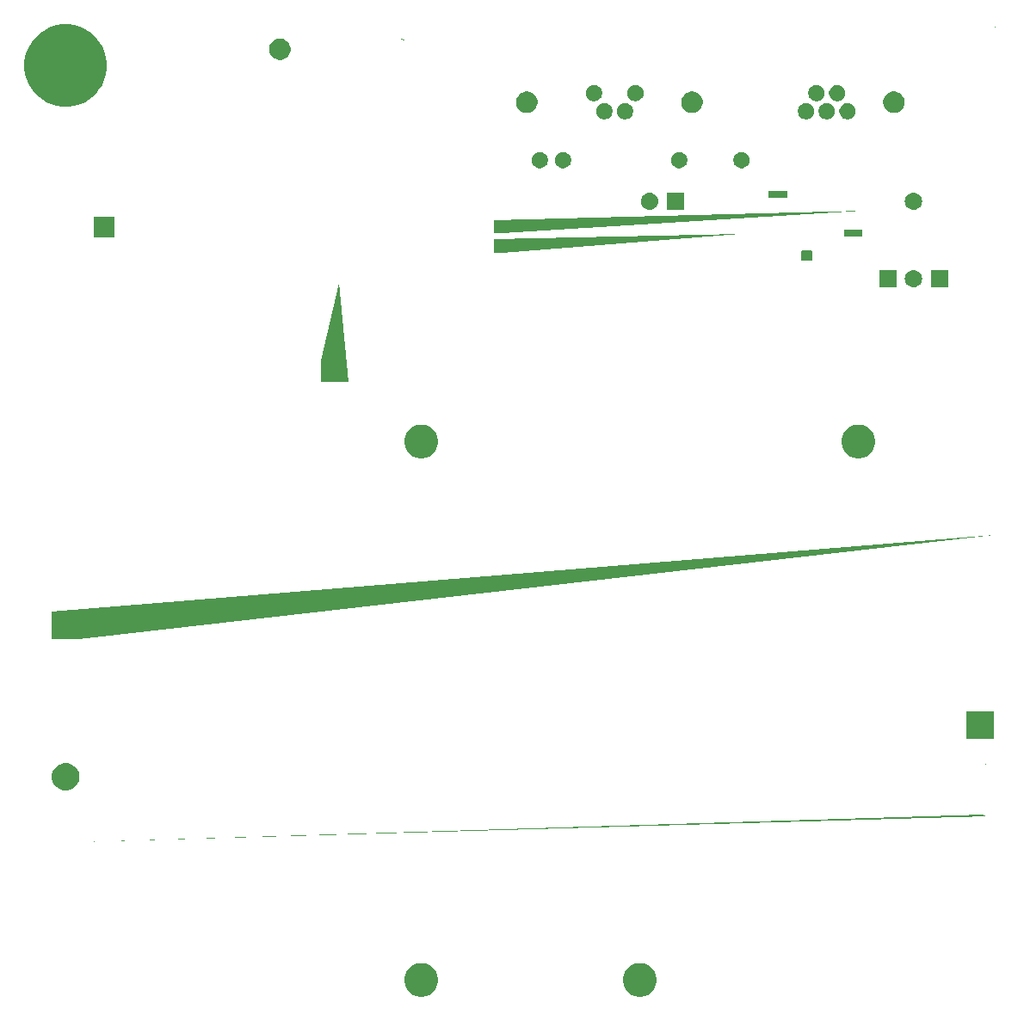
<source format=gbr>
From 66e2a4b74ddf5eabe52c2bd922d4380a204cc6d3 Mon Sep 17 00:00:00 2001
From: jaseg <git@jaseg.net>
Date: Thu, 31 Jan 2019 15:42:31 +0900
Subject: driver: Prettify heatsink mounting holes a bit

---
 driver/gerber/driver-B.Mask.gbr | 2096 ++++++++++++++++++---------------------
 1 file changed, 960 insertions(+), 1136 deletions(-)

(limited to 'driver/gerber/driver-B.Mask.gbr')

diff --git a/driver/gerber/driver-B.Mask.gbr b/driver/gerber/driver-B.Mask.gbr
index d71ea3d..e5223c7 100644
--- a/driver/gerber/driver-B.Mask.gbr
+++ b/driver/gerber/driver-B.Mask.gbr
@@ -1,12 +1,12 @@
 G04 #@! TF.GenerationSoftware,KiCad,Pcbnew,(5.0.1)*
-G04 #@! TF.CreationDate,2019-01-31T11:11:09+09:00*
+G04 #@! TF.CreationDate,2019-01-31T15:41:56+09:00*
 G04 #@! TF.ProjectId,driver,6472697665722E6B696361645F706362,rev?*
 G04 #@! TF.SameCoordinates,Original*
 G04 #@! TF.FileFunction,Soldermask,Bot*
 G04 #@! TF.FilePolarity,Negative*
 %FSLAX46Y46*%
 G04 Gerber Fmt 4.6, Leading zero omitted, Abs format (unit mm)*
-G04 Created by KiCad (PCBNEW (5.0.1)) date Thu Jan 31 11:11:09 2019*
+G04 Created by KiCad (PCBNEW (5.0.1)) date Thu Jan 31 15:41:56 2019*
 %MOMM*%
 %LPD*%
 G01*
@@ -154,7 +154,7 @@ X168895323Y-148818368D01*
 X169051000Y-149601010D01*
 X169051000Y-150398990D01*
 X168895323Y-151181632D01*
-X168853578Y-151282413D01*
+X168716439Y-151613495D01*
 X168589950Y-151918868D01*
 X168149606Y-152577889D01*
 X168146615Y-152582365D01*
@@ -173,7 +173,7 @@ X162417635Y-153146615D01*
 X161853385Y-152582365D01*
 X161850394Y-152577889D01*
 X161410050Y-151918868D01*
-X161146422Y-151282413D01*
+X161283561Y-151613495D01*
 X161104677Y-151181632D01*
 X160949000Y-150398990D01*
 X160949000Y-149601010D01*
@@ -206,7 +206,7 @@ X78895323Y-148818368D01*
 X79051000Y-149601010D01*
 X79051000Y-150398990D01*
 X78895323Y-151181632D01*
-X78853578Y-151282413D01*
+X78716439Y-151613495D01*
 X78589950Y-151918868D01*
 X78149606Y-152577889D01*
 X78146615Y-152582365D01*
@@ -225,7 +225,7 @@ X72417635Y-153146615D01*
 X71853385Y-152582365D01*
 X71850394Y-152577889D01*
 X71410050Y-151918868D01*
-X71146422Y-151282413D01*
+X71283561Y-151613495D01*
 X71104677Y-151181632D01*
 X70949000Y-150398990D01*
 X70949000Y-149601010D01*
@@ -245,94 +245,6 @@ X76181632Y-146104677D01*
 X76181632Y-146104677D01*
 G37*
 G36*
-X131875256Y-148391298D02*
-X131981579Y-148412447D01*
-X132282042Y-148536903D01*
-X132548852Y-148715180D01*
-X132552454Y-148717587D01*
-X132782413Y-148947546D01*
-X132963098Y-149217960D01*
-X133087553Y-149518422D01*
-X133151000Y-149837389D01*
-X133151000Y-150162611D01*
-X133087553Y-150481578D01*
-X132963098Y-150782040D01*
-X132782413Y-151052454D01*
-X132552454Y-151282413D01*
-X132552451Y-151282415D01*
-X132282042Y-151463097D01*
-X131981579Y-151587553D01*
-X131875256Y-151608702D01*
-X131662611Y-151651000D01*
-X131337389Y-151651000D01*
-X131124744Y-151608702D01*
-X131018421Y-151587553D01*
-X130717958Y-151463097D01*
-X130447549Y-151282415D01*
-X130447546Y-151282413D01*
-X130217587Y-151052454D01*
-X130036902Y-150782040D01*
-X129912447Y-150481578D01*
-X129849000Y-150162611D01*
-X129849000Y-149837389D01*
-X129912447Y-149518422D01*
-X130036902Y-149217960D01*
-X130217587Y-148947546D01*
-X130447546Y-148717587D01*
-X130451148Y-148715180D01*
-X130717958Y-148536903D01*
-X131018421Y-148412447D01*
-X131124744Y-148391298D01*
-X131337389Y-148349000D01*
-X131662611Y-148349000D01*
-X131875256Y-148391298D01*
-X131875256Y-148391298D01*
-G37*
-G36*
-X110375256Y-148391298D02*
-X110481579Y-148412447D01*
-X110782042Y-148536903D01*
-X111048852Y-148715180D01*
-X111052454Y-148717587D01*
-X111282413Y-148947546D01*
-X111463098Y-149217960D01*
-X111587553Y-149518422D01*
-X111651000Y-149837389D01*
-X111651000Y-150162611D01*
-X111587553Y-150481578D01*
-X111463098Y-150782040D01*
-X111282413Y-151052454D01*
-X111052454Y-151282413D01*
-X111052451Y-151282415D01*
-X110782042Y-151463097D01*
-X110481579Y-151587553D01*
-X110375256Y-151608702D01*
-X110162611Y-151651000D01*
-X109837389Y-151651000D01*
-X109624744Y-151608702D01*
-X109518421Y-151587553D01*
-X109217958Y-151463097D01*
-X108947549Y-151282415D01*
-X108947546Y-151282413D01*
-X108717587Y-151052454D01*
-X108536902Y-150782040D01*
-X108412447Y-150481578D01*
-X108349000Y-150162611D01*
-X108349000Y-149837389D01*
-X108412447Y-149518422D01*
-X108536902Y-149217960D01*
-X108717587Y-148947546D01*
-X108947546Y-148717587D01*
-X108951148Y-148715180D01*
-X109217958Y-148536903D01*
-X109518421Y-148412447D01*
-X109624744Y-148391298D01*
-X109837389Y-148349000D01*
-X110162611Y-148349000D01*
-X110375256Y-148391298D01*
-X110375256Y-148391298D01*
-G37*
-G36*
 X165263567Y-133754959D02*
 X165394072Y-133780918D01*
 X165639939Y-133882759D01*
@@ -389,54 +301,6 @@ X76351000Y-136431000D01*
 X76351000Y-136431000D01*
 G37*
 G36*
-X75263567Y-128674959D02*
-X75394072Y-128700918D01*
-X75639939Y-128802759D01*
-X75860464Y-128950110D01*
-X75861215Y-128950612D01*
-X76049388Y-129138785D01*
-X76049390Y-129138788D01*
-X76197241Y-129360061D01*
-X76299082Y-129605928D01*
-X76351000Y-129866938D01*
-X76351000Y-130133062D01*
-X76299082Y-130394072D01*
-X76197241Y-130639939D01*
-X76049890Y-130860464D01*
-X76049388Y-130861215D01*
-X75861215Y-131049388D01*
-X75861212Y-131049390D01*
-X75639939Y-131197241D01*
-X75394072Y-131299082D01*
-X75263567Y-131325041D01*
-X75133063Y-131351000D01*
-X74866937Y-131351000D01*
-X74736433Y-131325041D01*
-X74605928Y-131299082D01*
-X74360061Y-131197241D01*
-X74138788Y-131049390D01*
-X74138785Y-131049388D01*
-X73950612Y-130861215D01*
-X73950110Y-130860464D01*
-X73802759Y-130639939D01*
-X73700918Y-130394072D01*
-X73649000Y-130133062D01*
-X73649000Y-129866938D01*
-X73700918Y-129605928D01*
-X73802759Y-129360061D01*
-X73950610Y-129138788D01*
-X73950612Y-129138785D01*
-X74138785Y-128950612D01*
-X74139536Y-128950110D01*
-X74360061Y-128802759D01*
-X74605928Y-128700918D01*
-X74736433Y-128674959D01*
-X74866937Y-128649000D01*
-X75133063Y-128649000D01*
-X75263567Y-128674959D01*
-X75263567Y-128674959D01*
-G37*
-G36*
 X165263567Y-128674959D02*
 X165394072Y-128700918D01*
 X165639939Y-128802759D01*
@@ -485,12 +349,52 @@ X165263567Y-128674959D01*
 X165263567Y-128674959D01*
 G37*
 G36*
-X166351000Y-126271000D02*
-X163649000Y-126271000D01*
-X163649000Y-123569000D01*
-X166351000Y-123569000D01*
-X166351000Y-126271000D01*
-X166351000Y-126271000D01*
+X75263567Y-128674959D02*
+X75394072Y-128700918D01*
+X75639939Y-128802759D01*
+X75860464Y-128950110D01*
+X75861215Y-128950612D01*
+X76049388Y-129138785D01*
+X76049390Y-129138788D01*
+X76197241Y-129360061D01*
+X76299082Y-129605928D01*
+X76351000Y-129866938D01*
+X76351000Y-130133062D01*
+X76299082Y-130394072D01*
+X76197241Y-130639939D01*
+X76049890Y-130860464D01*
+X76049388Y-130861215D01*
+X75861215Y-131049388D01*
+X75861212Y-131049390D01*
+X75639939Y-131197241D01*
+X75394072Y-131299082D01*
+X75263567Y-131325041D01*
+X75133063Y-131351000D01*
+X74866937Y-131351000D01*
+X74736433Y-131325041D01*
+X74605928Y-131299082D01*
+X74360061Y-131197241D01*
+X74138788Y-131049390D01*
+X74138785Y-131049388D01*
+X73950612Y-130861215D01*
+X73950110Y-130860464D01*
+X73802759Y-130639939D01*
+X73700918Y-130394072D01*
+X73649000Y-130133062D01*
+X73649000Y-129866938D01*
+X73700918Y-129605928D01*
+X73802759Y-129360061D01*
+X73950610Y-129138788D01*
+X73950612Y-129138785D01*
+X74138785Y-128950612D01*
+X74139536Y-128950110D01*
+X74360061Y-128802759D01*
+X74605928Y-128700918D01*
+X74736433Y-128674959D01*
+X74866937Y-128649000D01*
+X75133063Y-128649000D01*
+X75263567Y-128674959D01*
+X75263567Y-128674959D01*
 G37*
 G36*
 X75263567Y-123594959D02*
@@ -541,6 +445,14 @@ X75263567Y-123594959D01*
 X75263567Y-123594959D01*
 G37*
 G36*
+X166351000Y-126271000D02*
+X163649000Y-126271000D01*
+X163649000Y-123569000D01*
+X166351000Y-123569000D01*
+X166351000Y-126271000D01*
+X166351000Y-126271000D01*
+G37*
+G36*
 X76351000Y-116431000D02*
 X73649000Y-116431000D01*
 X73649000Y-113729000D01*
@@ -749,94 +661,6 @@ X166351000Y-106191000D01*
 X166351000Y-106191000D01*
 G37*
 G36*
-X110375256Y-95391298D02*
-X110481579Y-95412447D01*
-X110782042Y-95536903D01*
-X111048852Y-95715180D01*
-X111052454Y-95717587D01*
-X111282413Y-95947546D01*
-X111463098Y-96217960D01*
-X111587553Y-96518422D01*
-X111651000Y-96837389D01*
-X111651000Y-97162611D01*
-X111587553Y-97481578D01*
-X111463098Y-97782040D01*
-X111282413Y-98052454D01*
-X111052454Y-98282413D01*
-X111052451Y-98282415D01*
-X110782042Y-98463097D01*
-X110481579Y-98587553D01*
-X110375256Y-98608702D01*
-X110162611Y-98651000D01*
-X109837389Y-98651000D01*
-X109624744Y-98608702D01*
-X109518421Y-98587553D01*
-X109217958Y-98463097D01*
-X108947549Y-98282415D01*
-X108947546Y-98282413D01*
-X108717587Y-98052454D01*
-X108536902Y-97782040D01*
-X108412447Y-97481578D01*
-X108349000Y-97162611D01*
-X108349000Y-96837389D01*
-X108412447Y-96518422D01*
-X108536902Y-96217960D01*
-X108717587Y-95947546D01*
-X108947546Y-95717587D01*
-X108951148Y-95715180D01*
-X109217958Y-95536903D01*
-X109518421Y-95412447D01*
-X109624744Y-95391298D01*
-X109837389Y-95349000D01*
-X110162611Y-95349000D01*
-X110375256Y-95391298D01*
-X110375256Y-95391298D01*
-G37*
-G36*
-X153375256Y-95391298D02*
-X153481579Y-95412447D01*
-X153782042Y-95536903D01*
-X154048852Y-95715180D01*
-X154052454Y-95717587D01*
-X154282413Y-95947546D01*
-X154463098Y-96217960D01*
-X154587553Y-96518422D01*
-X154651000Y-96837389D01*
-X154651000Y-97162611D01*
-X154587553Y-97481578D01*
-X154463098Y-97782040D01*
-X154282413Y-98052454D01*
-X154052454Y-98282413D01*
-X154052451Y-98282415D01*
-X153782042Y-98463097D01*
-X153481579Y-98587553D01*
-X153375256Y-98608702D01*
-X153162611Y-98651000D01*
-X152837389Y-98651000D01*
-X152624744Y-98608702D01*
-X152518421Y-98587553D01*
-X152217958Y-98463097D01*
-X151947549Y-98282415D01*
-X151947546Y-98282413D01*
-X151717587Y-98052454D01*
-X151536902Y-97782040D01*
-X151412447Y-97481578D01*
-X151349000Y-97162611D01*
-X151349000Y-96837389D01*
-X151412447Y-96518422D01*
-X151536902Y-96217960D01*
-X151717587Y-95947546D01*
-X151947546Y-95717587D01*
-X151951148Y-95715180D01*
-X152217958Y-95536903D01*
-X152518421Y-95412447D01*
-X152624744Y-95391298D01*
-X152837389Y-95349000D01*
-X153162611Y-95349000D01*
-X153375256Y-95391298D01*
-X153375256Y-95391298D01*
-G37*
-G36*
 X102851000Y-91151000D02*
 X100149000Y-91151000D01*
 X100149000Y-89049000D01*
@@ -1065,68 +889,6 @@ X101882510Y-81432041D01*
 X101882510Y-81432041D01*
 G37*
 G36*
-X156741000Y-81821000D02*
-X155039000Y-81821000D01*
-X155039000Y-80119000D01*
-X156741000Y-80119000D01*
-X156741000Y-81821000D01*
-X156741000Y-81821000D01*
-G37*
-G36*
-X158596821Y-80131313D02*
-X158596824Y-80131314D01*
-X158596825Y-80131314D01*
-X158757239Y-80179975D01*
-X158757241Y-80179976D01*
-X158757244Y-80179977D01*
-X158905078Y-80258995D01*
-X159034659Y-80365341D01*
-X159141005Y-80494922D01*
-X159220023Y-80642756D01*
-X159268687Y-80803179D01*
-X159285117Y-80970000D01*
-X159268687Y-81136821D01*
-X159220023Y-81297244D01*
-X159141005Y-81445078D01*
-X159034659Y-81574659D01*
-X158905078Y-81681005D01*
-X158757244Y-81760023D01*
-X158757241Y-81760024D01*
-X158757239Y-81760025D01*
-X158596825Y-81808686D01*
-X158596824Y-81808686D01*
-X158596821Y-81808687D01*
-X158471804Y-81821000D01*
-X158388196Y-81821000D01*
-X158263179Y-81808687D01*
-X158263176Y-81808686D01*
-X158263175Y-81808686D01*
-X158102761Y-81760025D01*
-X158102759Y-81760024D01*
-X158102756Y-81760023D01*
-X157954922Y-81681005D01*
-X157825341Y-81574659D01*
-X157718995Y-81445078D01*
-X157639977Y-81297244D01*
-X157591313Y-81136821D01*
-X157574883Y-80970000D01*
-X157591313Y-80803179D01*
-X157639977Y-80642756D01*
-X157718995Y-80494922D01*
-X157825341Y-80365341D01*
-X157954922Y-80258995D01*
-X158102756Y-80179977D01*
-X158102759Y-80179976D01*
-X158102761Y-80179975D01*
-X158263175Y-80131314D01*
-X158263176Y-80131314D01*
-X158263179Y-80131313D01*
-X158388196Y-80119000D01*
-X158471804Y-80119000D01*
-X158596821Y-80131313D01*
-X158596821Y-80131313D01*
-G37*
-G36*
 X132626821Y-80131313D02*
 X132626824Y-80131314D01*
 X132626825Y-80131314D01*
@@ -1181,14 +943,6 @@ X132626821Y-80131313D01*
 X132626821Y-80131313D01*
 G37*
 G36*
-X161821000Y-81821000D02*
-X160119000Y-81821000D01*
-X160119000Y-80119000D01*
-X161821000Y-80119000D01*
-X161821000Y-81821000D01*
-X161821000Y-81821000D01*
-G37*
-G36*
 X135166821Y-80131313D02*
 X135166824Y-80131314D01*
 X135166825Y-80131314D01*
@@ -1243,6 +997,14 @@ X135166821Y-80131313D01*
 X135166821Y-80131313D01*
 G37*
 G36*
+X156741000Y-81821000D02*
+X155039000Y-81821000D01*
+X155039000Y-80119000D01*
+X156741000Y-80119000D01*
+X156741000Y-81821000D01*
+X156741000Y-81821000D01*
+G37*
+G36*
 X163676821Y-80131313D02*
 X163676824Y-80131314D01*
 X163676825Y-80131314D01*
@@ -1297,6 +1059,68 @@ X163676821Y-80131313D01*
 X163676821Y-80131313D01*
 G37*
 G36*
+X161821000Y-81821000D02*
+X160119000Y-81821000D01*
+X160119000Y-80119000D01*
+X161821000Y-80119000D01*
+X161821000Y-81821000D01*
+X161821000Y-81821000D01*
+G37*
+G36*
+X158596821Y-80131313D02*
+X158596824Y-80131314D01*
+X158596825Y-80131314D01*
+X158757239Y-80179975D01*
+X158757241Y-80179976D01*
+X158757244Y-80179977D01*
+X158905078Y-80258995D01*
+X159034659Y-80365341D01*
+X159141005Y-80494922D01*
+X159220023Y-80642756D01*
+X159268687Y-80803179D01*
+X159285117Y-80970000D01*
+X159268687Y-81136821D01*
+X159220023Y-81297244D01*
+X159141005Y-81445078D01*
+X159034659Y-81574659D01*
+X158905078Y-81681005D01*
+X158757244Y-81760023D01*
+X158757241Y-81760024D01*
+X158757239Y-81760025D01*
+X158596825Y-81808686D01*
+X158596824Y-81808686D01*
+X158596821Y-81808687D01*
+X158471804Y-81821000D01*
+X158388196Y-81821000D01*
+X158263179Y-81808687D01*
+X158263176Y-81808686D01*
+X158263175Y-81808686D01*
+X158102761Y-81760025D01*
+X158102759Y-81760024D01*
+X158102756Y-81760023D01*
+X157954922Y-81681005D01*
+X157825341Y-81574659D01*
+X157718995Y-81445078D01*
+X157639977Y-81297244D01*
+X157591313Y-81136821D01*
+X157574883Y-80970000D01*
+X157591313Y-80803179D01*
+X157639977Y-80642756D01*
+X157718995Y-80494922D01*
+X157825341Y-80365341D01*
+X157954922Y-80258995D01*
+X158102756Y-80179977D01*
+X158102759Y-80179976D01*
+X158102761Y-80179975D01*
+X158263175Y-80131314D01*
+X158263176Y-80131314D01*
+X158263179Y-80131313D01*
+X158388196Y-80119000D01*
+X158471804Y-80119000D01*
+X158596821Y-80131313D01*
+X158596821Y-80131313D01*
+G37*
+G36*
 X141363880Y-79163694D02*
 X141401374Y-79175068D01*
 X141435938Y-79193543D01*
@@ -1377,46 +1201,6 @@ X143113880Y-79163694D01*
 X143113880Y-79163694D01*
 G37*
 G36*
-X148339499Y-78178445D02*
-X148376993Y-78189819D01*
-X148411557Y-78208294D01*
-X148441847Y-78233153D01*
-X148466706Y-78263443D01*
-X148485181Y-78298007D01*
-X148496555Y-78335501D01*
-X148501000Y-78380638D01*
-X148501000Y-79019362D01*
-X148496555Y-79064499D01*
-X148485181Y-79101993D01*
-X148466706Y-79136557D01*
-X148441847Y-79166847D01*
-X148411557Y-79191706D01*
-X148376993Y-79210181D01*
-X148339499Y-79221555D01*
-X148294362Y-79226000D01*
-X147555638Y-79226000D01*
-X147510501Y-79221555D01*
-X147473007Y-79210181D01*
-X147438443Y-79191706D01*
-X147408153Y-79166847D01*
-X147383294Y-79136557D01*
-X147364819Y-79101993D01*
-X147353445Y-79064499D01*
-X147349000Y-79019362D01*
-X147349000Y-78380638D01*
-X147353445Y-78335501D01*
-X147364819Y-78298007D01*
-X147383294Y-78263443D01*
-X147408153Y-78233153D01*
-X147438443Y-78208294D01*
-X147473007Y-78189819D01*
-X147510501Y-78178445D01*
-X147555638Y-78174000D01*
-X148294362Y-78174000D01*
-X148339499Y-78178445D01*
-X148339499Y-78178445D01*
-G37*
-G36*
 X150089499Y-78178445D02*
 X150126993Y-78189819D01*
 X150161557Y-78208294D01*
@@ -1457,6 +1241,46 @@ X150089499Y-78178445D01*
 X150089499Y-78178445D01*
 G37*
 G36*
+X148339499Y-78178445D02*
+X148376993Y-78189819D01*
+X148411557Y-78208294D01*
+X148441847Y-78233153D01*
+X148466706Y-78263443D01*
+X148485181Y-78298007D01*
+X148496555Y-78335501D01*
+X148501000Y-78380638D01*
+X148501000Y-79019362D01*
+X148496555Y-79064499D01*
+X148485181Y-79101993D01*
+X148466706Y-79136557D01*
+X148441847Y-79166847D01*
+X148411557Y-79191706D01*
+X148376993Y-79210181D01*
+X148339499Y-79221555D01*
+X148294362Y-79226000D01*
+X147555638Y-79226000D01*
+X147510501Y-79221555D01*
+X147473007Y-79210181D01*
+X147438443Y-79191706D01*
+X147408153Y-79166847D01*
+X147383294Y-79136557D01*
+X147364819Y-79101993D01*
+X147353445Y-79064499D01*
+X147349000Y-79019362D01*
+X147349000Y-78380638D01*
+X147353445Y-78335501D01*
+X147364819Y-78298007D01*
+X147383294Y-78263443D01*
+X147408153Y-78233153D01*
+X147438443Y-78208294D01*
+X147473007Y-78189819D01*
+X147510501Y-78178445D01*
+X147555638Y-78174000D01*
+X148294362Y-78174000D01*
+X148339499Y-78178445D01*
+X148339499Y-78178445D01*
+G37*
+G36*
 X118026000Y-78401000D02*
 X117174000Y-78401000D01*
 X117174000Y-77099000D01*
@@ -1501,14 +1325,6 @@ X141347609Y-76566952D01*
 X141347609Y-76566952D01*
 G37*
 G36*
-X79851000Y-76951000D02*
-X77749000Y-76951000D01*
-X77749000Y-74849000D01*
-X79851000Y-74849000D01*
-X79851000Y-76951000D01*
-X79851000Y-76951000D01*
-G37*
-G36*
 X74106565Y-74889389D02*
 X74297834Y-74968615D01*
 X74469976Y-75083637D01*
@@ -1545,12 +1361,12 @@ X74106565Y-74889389D01*
 X74106565Y-74889389D01*
 G37*
 G36*
-X153426000Y-76831000D02*
-X151574000Y-76831000D01*
-X151574000Y-76179000D01*
-X153426000Y-76179000D01*
-X153426000Y-76831000D01*
-X153426000Y-76831000D01*
+X79851000Y-76951000D02*
+X77749000Y-76951000D01*
+X77749000Y-74849000D01*
+X79851000Y-74849000D01*
+X79851000Y-76951000D01*
+X79851000Y-76951000D01*
 G37*
 G36*
 X146026000Y-76831000D02*
@@ -1561,6 +1377,14 @@ X146026000Y-76831000D01*
 X146026000Y-76831000D01*
 G37*
 G36*
+X153426000Y-76831000D02*
+X151574000Y-76831000D01*
+X151574000Y-76179000D01*
+X153426000Y-76179000D01*
+X153426000Y-76831000D01*
+X153426000Y-76831000D01*
+G37*
+G36*
 X118026000Y-76501000D02*
 X117174000Y-76501000D01*
 X117174000Y-75199000D01*
@@ -1625,64 +1449,72 @@ X153426000Y-74291000D01*
 X153426000Y-74291000D01*
 G37*
 G36*
-X132626821Y-72511313D02*
-X132626824Y-72511314D01*
-X132626825Y-72511314D01*
-X132787239Y-72559975D01*
-X132787241Y-72559976D01*
-X132787244Y-72559977D01*
-X132935078Y-72638995D01*
-X133064659Y-72745341D01*
-X133171005Y-72874922D01*
-X133250023Y-73022756D01*
-X133298687Y-73183179D01*
-X133315117Y-73350000D01*
-X133298687Y-73516821D01*
-X133298686Y-73516824D01*
-X133298686Y-73516825D01*
-X133261625Y-73639000D01*
-X133250023Y-73677244D01*
-X133171005Y-73825078D01*
-X133064659Y-73954659D01*
-X132935078Y-74061005D01*
-X132787244Y-74140023D01*
-X132787241Y-74140024D01*
-X132787239Y-74140025D01*
-X132626825Y-74188686D01*
-X132626824Y-74188686D01*
-X132626821Y-74188687D01*
-X132501804Y-74201000D01*
-X132418196Y-74201000D01*
-X132293179Y-74188687D01*
-X132293176Y-74188686D01*
-X132293175Y-74188686D01*
-X132132761Y-74140025D01*
-X132132759Y-74140024D01*
-X132132756Y-74140023D01*
-X131984922Y-74061005D01*
-X131855341Y-73954659D01*
-X131748995Y-73825078D01*
-X131669977Y-73677244D01*
-X131658376Y-73639000D01*
-X131621314Y-73516825D01*
-X131621314Y-73516824D01*
-X131621313Y-73516821D01*
-X131604883Y-73350000D01*
-X131621313Y-73183179D01*
-X131669977Y-73022756D01*
-X131748995Y-72874922D01*
-X131855341Y-72745341D01*
-X131984922Y-72638995D01*
-X132132756Y-72559977D01*
-X132132759Y-72559976D01*
-X132132761Y-72559975D01*
-X132293175Y-72511314D01*
-X132293176Y-72511314D01*
-X132293179Y-72511313D01*
-X132418196Y-72499000D01*
-X132501804Y-72499000D01*
-X132626821Y-72511313D01*
-X132626821Y-72511313D01*
+X158596821Y-72511313D02*
+X158596824Y-72511314D01*
+X158596825Y-72511314D01*
+X158757239Y-72559975D01*
+X158757241Y-72559976D01*
+X158757244Y-72559977D01*
+X158905078Y-72638995D01*
+X159034659Y-72745341D01*
+X159141005Y-72874922D01*
+X159220023Y-73022756D01*
+X159268687Y-73183179D01*
+X159285117Y-73350000D01*
+X159268687Y-73516821D01*
+X159268686Y-73516824D01*
+X159268686Y-73516825D01*
+X159231625Y-73639000D01*
+X159220023Y-73677244D01*
+X159141005Y-73825078D01*
+X159034659Y-73954659D01*
+X158905078Y-74061005D01*
+X158757244Y-74140023D01*
+X158757241Y-74140024D01*
+X158757239Y-74140025D01*
+X158596825Y-74188686D01*
+X158596824Y-74188686D01*
+X158596821Y-74188687D01*
+X158471804Y-74201000D01*
+X158388196Y-74201000D01*
+X158263179Y-74188687D01*
+X158263176Y-74188686D01*
+X158263175Y-74188686D01*
+X158102761Y-74140025D01*
+X158102759Y-74140024D01*
+X158102756Y-74140023D01*
+X157954922Y-74061005D01*
+X157825341Y-73954659D01*
+X157718995Y-73825078D01*
+X157639977Y-73677244D01*
+X157628376Y-73639000D01*
+X157591314Y-73516825D01*
+X157591314Y-73516824D01*
+X157591313Y-73516821D01*
+X157574883Y-73350000D01*
+X157591313Y-73183179D01*
+X157639977Y-73022756D01*
+X157718995Y-72874922D01*
+X157825341Y-72745341D01*
+X157954922Y-72638995D01*
+X158102756Y-72559977D01*
+X158102759Y-72559976D01*
+X158102761Y-72559975D01*
+X158263175Y-72511314D01*
+X158263176Y-72511314D01*
+X158263179Y-72511313D01*
+X158388196Y-72499000D01*
+X158471804Y-72499000D01*
+X158596821Y-72511313D01*
+X158596821Y-72511313D01*
+G37*
+G36*
+X135851000Y-74201000D02*
+X134149000Y-74201000D01*
+X134149000Y-72499000D01*
+X135851000Y-72499000D01*
+X135851000Y-74201000D01*
+X135851000Y-74201000D01*
 G37*
 G36*
 X163676821Y-72511313D02*
@@ -1865,80 +1697,64 @@ X156056821Y-72511313D01*
 X156056821Y-72511313D01*
 G37*
 G36*
-X135851000Y-74201000D02*
-X134149000Y-74201000D01*
-X134149000Y-72499000D01*
-X135851000Y-72499000D01*
-X135851000Y-74201000D01*
-X135851000Y-74201000D01*
-G37*
-G36*
-X158596821Y-72511313D02*
-X158596824Y-72511314D01*
-X158596825Y-72511314D01*
-X158757239Y-72559975D01*
-X158757241Y-72559976D01*
-X158757244Y-72559977D01*
-X158905078Y-72638995D01*
-X159034659Y-72745341D01*
-X159141005Y-72874922D01*
-X159220023Y-73022756D01*
-X159268687Y-73183179D01*
-X159285117Y-73350000D01*
-X159268687Y-73516821D01*
-X159268686Y-73516824D01*
-X159268686Y-73516825D01*
-X159231625Y-73639000D01*
-X159220023Y-73677244D01*
-X159141005Y-73825078D01*
-X159034659Y-73954659D01*
-X158905078Y-74061005D01*
-X158757244Y-74140023D01*
-X158757241Y-74140024D01*
-X158757239Y-74140025D01*
-X158596825Y-74188686D01*
-X158596824Y-74188686D01*
-X158596821Y-74188687D01*
-X158471804Y-74201000D01*
-X158388196Y-74201000D01*
-X158263179Y-74188687D01*
-X158263176Y-74188686D01*
-X158263175Y-74188686D01*
-X158102761Y-74140025D01*
-X158102759Y-74140024D01*
-X158102756Y-74140023D01*
-X157954922Y-74061005D01*
-X157825341Y-73954659D01*
-X157718995Y-73825078D01*
-X157639977Y-73677244D01*
-X157628376Y-73639000D01*
-X157591314Y-73516825D01*
-X157591314Y-73516824D01*
-X157591313Y-73516821D01*
-X157574883Y-73350000D01*
-X157591313Y-73183179D01*
-X157639977Y-73022756D01*
-X157718995Y-72874922D01*
-X157825341Y-72745341D01*
-X157954922Y-72638995D01*
-X158102756Y-72559977D01*
-X158102759Y-72559976D01*
-X158102761Y-72559975D01*
-X158263175Y-72511314D01*
-X158263176Y-72511314D01*
-X158263179Y-72511313D01*
-X158388196Y-72499000D01*
-X158471804Y-72499000D01*
-X158596821Y-72511313D01*
-X158596821Y-72511313D01*
-G37*
-G36*
-X146026000Y-73021000D02*
-X144174000Y-73021000D01*
-X144174000Y-72369000D01*
-X146026000Y-72369000D01*
-X146026000Y-73021000D01*
-X146026000Y-73021000D01*
+X132626821Y-72511313D02*
+X132626824Y-72511314D01*
+X132626825Y-72511314D01*
+X132787239Y-72559975D01*
+X132787241Y-72559976D01*
+X132787244Y-72559977D01*
+X132935078Y-72638995D01*
+X133064659Y-72745341D01*
+X133171005Y-72874922D01*
+X133250023Y-73022756D01*
+X133298687Y-73183179D01*
+X133315117Y-73350000D01*
+X133298687Y-73516821D01*
+X133298686Y-73516824D01*
+X133298686Y-73516825D01*
+X133261625Y-73639000D01*
+X133250023Y-73677244D01*
+X133171005Y-73825078D01*
+X133064659Y-73954659D01*
+X132935078Y-74061005D01*
+X132787244Y-74140023D01*
+X132787241Y-74140024D01*
+X132787239Y-74140025D01*
+X132626825Y-74188686D01*
+X132626824Y-74188686D01*
+X132626821Y-74188687D01*
+X132501804Y-74201000D01*
+X132418196Y-74201000D01*
+X132293179Y-74188687D01*
+X132293176Y-74188686D01*
+X132293175Y-74188686D01*
+X132132761Y-74140025D01*
+X132132759Y-74140024D01*
+X132132756Y-74140023D01*
+X131984922Y-74061005D01*
+X131855341Y-73954659D01*
+X131748995Y-73825078D01*
+X131669977Y-73677244D01*
+X131658376Y-73639000D01*
+X131621314Y-73516825D01*
+X131621314Y-73516824D01*
+X131621313Y-73516821D01*
+X131604883Y-73350000D01*
+X131621313Y-73183179D01*
+X131669977Y-73022756D01*
+X131748995Y-72874922D01*
+X131855341Y-72745341D01*
+X131984922Y-72638995D01*
+X132132756Y-72559977D01*
+X132132759Y-72559976D01*
+X132132761Y-72559975D01*
+X132293175Y-72511314D01*
+X132293176Y-72511314D01*
+X132293179Y-72511313D01*
+X132418196Y-72499000D01*
+X132501804Y-72499000D01*
+X132626821Y-72511313D01*
+X132626821Y-72511313D01*
 G37*
 G36*
 X153426000Y-73021000D02*
@@ -1949,76 +1765,84 @@ X153426000Y-73021000D01*
 X153426000Y-73021000D01*
 G37*
 G36*
-X141733643Y-68529781D02*
-X141879415Y-68590162D01*
-X142010611Y-68677824D01*
-X142122176Y-68789389D01*
-X142209838Y-68920585D01*
-X142270219Y-69066357D01*
-X142301000Y-69221107D01*
-X142301000Y-69378893D01*
-X142270219Y-69533643D01*
-X142209838Y-69679415D01*
-X142122176Y-69810611D01*
-X142010611Y-69922176D01*
-X141879415Y-70009838D01*
-X141733643Y-70070219D01*
-X141578893Y-70101000D01*
-X141421107Y-70101000D01*
-X141266357Y-70070219D01*
-X141120585Y-70009838D01*
-X140989389Y-69922176D01*
-X140877824Y-69810611D01*
-X140790162Y-69679415D01*
-X140729781Y-69533643D01*
-X140699000Y-69378893D01*
-X140699000Y-69221107D01*
-X140729781Y-69066357D01*
-X140790162Y-68920585D01*
-X140877824Y-68789389D01*
-X140989389Y-68677824D01*
-X141120585Y-68590162D01*
-X141266357Y-68529781D01*
-X141421107Y-68499000D01*
-X141578893Y-68499000D01*
-X141733643Y-68529781D01*
-X141733643Y-68529781D01*
+X146026000Y-73021000D02*
+X144174000Y-73021000D01*
+X144174000Y-72369000D01*
+X146026000Y-72369000D01*
+X146026000Y-73021000D01*
+X146026000Y-73021000D01*
 G37*
 G36*
-X135603643Y-68529781D02*
-X135749415Y-68590162D01*
-X135880611Y-68677824D01*
-X135992176Y-68789389D01*
-X136079838Y-68920585D01*
-X136140219Y-69066357D01*
-X136171000Y-69221107D01*
-X136171000Y-69378893D01*
-X136140219Y-69533643D01*
-X136079838Y-69679415D01*
-X135992176Y-69810611D01*
-X135880611Y-69922176D01*
-X135749415Y-70009838D01*
-X135603643Y-70070219D01*
-X135448893Y-70101000D01*
-X135291107Y-70101000D01*
-X135136357Y-70070219D01*
-X134990585Y-70009838D01*
-X134859389Y-69922176D01*
-X134747824Y-69810611D01*
-X134660162Y-69679415D01*
-X134599781Y-69533643D01*
-X134569000Y-69378893D01*
-X134569000Y-69221107D01*
-X134599781Y-69066357D01*
-X134660162Y-68920585D01*
-X134747824Y-68789389D01*
-X134859389Y-68677824D01*
-X134990585Y-68590162D01*
-X135136357Y-68529781D01*
-X135291107Y-68499000D01*
-X135448893Y-68499000D01*
-X135603643Y-68529781D01*
-X135603643Y-68529781D01*
+X121883643Y-68529781D02*
+X122029415Y-68590162D01*
+X122160611Y-68677824D01*
+X122272176Y-68789389D01*
+X122359838Y-68920585D01*
+X122420219Y-69066357D01*
+X122451000Y-69221107D01*
+X122451000Y-69378893D01*
+X122420219Y-69533643D01*
+X122359838Y-69679415D01*
+X122272176Y-69810611D01*
+X122160611Y-69922176D01*
+X122029415Y-70009838D01*
+X121883643Y-70070219D01*
+X121728893Y-70101000D01*
+X121571107Y-70101000D01*
+X121416357Y-70070219D01*
+X121270585Y-70009838D01*
+X121139389Y-69922176D01*
+X121027824Y-69810611D01*
+X120940162Y-69679415D01*
+X120879781Y-69533643D01*
+X120849000Y-69378893D01*
+X120849000Y-69221107D01*
+X120879781Y-69066357D01*
+X120940162Y-68920585D01*
+X121027824Y-68789389D01*
+X121139389Y-68677824D01*
+X121270585Y-68590162D01*
+X121416357Y-68529781D01*
+X121571107Y-68499000D01*
+X121728893Y-68499000D01*
+X121883643Y-68529781D01*
+X121883643Y-68529781D01*
+G37*
+G36*
+X124173643Y-68529781D02*
+X124319415Y-68590162D01*
+X124450611Y-68677824D01*
+X124562176Y-68789389D01*
+X124649838Y-68920585D01*
+X124710219Y-69066357D01*
+X124741000Y-69221107D01*
+X124741000Y-69378893D01*
+X124710219Y-69533643D01*
+X124649838Y-69679415D01*
+X124562176Y-69810611D01*
+X124450611Y-69922176D01*
+X124319415Y-70009838D01*
+X124173643Y-70070219D01*
+X124018893Y-70101000D01*
+X123861107Y-70101000D01*
+X123706357Y-70070219D01*
+X123560585Y-70009838D01*
+X123429389Y-69922176D01*
+X123317824Y-69810611D01*
+X123230162Y-69679415D01*
+X123169781Y-69533643D01*
+X123139000Y-69378893D01*
+X123139000Y-69221107D01*
+X123169781Y-69066357D01*
+X123230162Y-68920585D01*
+X123317824Y-68789389D01*
+X123429389Y-68677824D01*
+X123560585Y-68590162D01*
+X123706357Y-68529781D01*
+X123861107Y-68499000D01*
+X124018893Y-68499000D01*
+X124173643Y-68529781D01*
+X124173643Y-68529781D01*
 G37*
 G36*
 X133313643Y-68529781D02*
@@ -2057,40 +1881,40 @@ X133313643Y-68529781D01*
 X133313643Y-68529781D01*
 G37*
 G36*
-X121883643Y-68529781D02*
-X122029415Y-68590162D01*
-X122160611Y-68677824D01*
-X122272176Y-68789389D01*
-X122359838Y-68920585D01*
-X122420219Y-69066357D01*
-X122451000Y-69221107D01*
-X122451000Y-69378893D01*
-X122420219Y-69533643D01*
-X122359838Y-69679415D01*
-X122272176Y-69810611D01*
-X122160611Y-69922176D01*
-X122029415Y-70009838D01*
-X121883643Y-70070219D01*
-X121728893Y-70101000D01*
-X121571107Y-70101000D01*
-X121416357Y-70070219D01*
-X121270585Y-70009838D01*
-X121139389Y-69922176D01*
-X121027824Y-69810611D01*
-X120940162Y-69679415D01*
-X120879781Y-69533643D01*
-X120849000Y-69378893D01*
-X120849000Y-69221107D01*
-X120879781Y-69066357D01*
-X120940162Y-68920585D01*
-X121027824Y-68789389D01*
-X121139389Y-68677824D01*
-X121270585Y-68590162D01*
-X121416357Y-68529781D01*
-X121571107Y-68499000D01*
-X121728893Y-68499000D01*
-X121883643Y-68529781D01*
-X121883643Y-68529781D01*
+X135603643Y-68529781D02*
+X135749415Y-68590162D01*
+X135880611Y-68677824D01*
+X135992176Y-68789389D01*
+X136079838Y-68920585D01*
+X136140219Y-69066357D01*
+X136171000Y-69221107D01*
+X136171000Y-69378893D01*
+X136140219Y-69533643D01*
+X136079838Y-69679415D01*
+X135992176Y-69810611D01*
+X135880611Y-69922176D01*
+X135749415Y-70009838D01*
+X135603643Y-70070219D01*
+X135448893Y-70101000D01*
+X135291107Y-70101000D01*
+X135136357Y-70070219D01*
+X134990585Y-70009838D01*
+X134859389Y-69922176D01*
+X134747824Y-69810611D01*
+X134660162Y-69679415D01*
+X134599781Y-69533643D01*
+X134569000Y-69378893D01*
+X134569000Y-69221107D01*
+X134599781Y-69066357D01*
+X134660162Y-68920585D01*
+X134747824Y-68789389D01*
+X134859389Y-68677824D01*
+X134990585Y-68590162D01*
+X135136357Y-68529781D01*
+X135291107Y-68499000D01*
+X135448893Y-68499000D01*
+X135603643Y-68529781D01*
+X135603643Y-68529781D01*
 G37*
 G36*
 X144023643Y-68529781D02*
@@ -2201,40 +2025,40 @@ X155453643Y-68529781D01*
 X155453643Y-68529781D01*
 G37*
 G36*
-X124173643Y-68529781D02*
-X124319415Y-68590162D01*
-X124450611Y-68677824D01*
-X124562176Y-68789389D01*
-X124649838Y-68920585D01*
-X124710219Y-69066357D01*
-X124741000Y-69221107D01*
-X124741000Y-69378893D01*
-X124710219Y-69533643D01*
-X124649838Y-69679415D01*
-X124562176Y-69810611D01*
-X124450611Y-69922176D01*
-X124319415Y-70009838D01*
-X124173643Y-70070219D01*
-X124018893Y-70101000D01*
-X123861107Y-70101000D01*
-X123706357Y-70070219D01*
-X123560585Y-70009838D01*
-X123429389Y-69922176D01*
-X123317824Y-69810611D01*
-X123230162Y-69679415D01*
-X123169781Y-69533643D01*
-X123139000Y-69378893D01*
-X123139000Y-69221107D01*
-X123169781Y-69066357D01*
-X123230162Y-68920585D01*
-X123317824Y-68789389D01*
-X123429389Y-68677824D01*
-X123560585Y-68590162D01*
-X123706357Y-68529781D01*
-X123861107Y-68499000D01*
-X124018893Y-68499000D01*
-X124173643Y-68529781D01*
-X124173643Y-68529781D01*
+X141733643Y-68529781D02*
+X141879415Y-68590162D01*
+X142010611Y-68677824D01*
+X142122176Y-68789389D01*
+X142209838Y-68920585D01*
+X142270219Y-69066357D01*
+X142301000Y-69221107D01*
+X142301000Y-69378893D01*
+X142270219Y-69533643D01*
+X142209838Y-69679415D01*
+X142122176Y-69810611D01*
+X142010611Y-69922176D01*
+X141879415Y-70009838D01*
+X141733643Y-70070219D01*
+X141578893Y-70101000D01*
+X141421107Y-70101000D01*
+X141266357Y-70070219D01*
+X141120585Y-70009838D01*
+X140989389Y-69922176D01*
+X140877824Y-69810611D01*
+X140790162Y-69679415D01*
+X140729781Y-69533643D01*
+X140699000Y-69378893D01*
+X140699000Y-69221107D01*
+X140729781Y-69066357D01*
+X140790162Y-68920585D01*
+X140877824Y-68789389D01*
+X140989389Y-68677824D01*
+X141120585Y-68590162D01*
+X141266357Y-68529781D01*
+X141421107Y-68499000D01*
+X141578893Y-68499000D01*
+X141733643Y-68529781D01*
+X141733643Y-68529781D01*
 G37*
 G36*
 X117451000Y-67491000D02*
@@ -2245,6 +2069,78 @@ X117451000Y-67491000D01*
 X117451000Y-67491000D01*
 G37*
 G36*
+X152173643Y-63709781D02*
+X152319415Y-63770162D01*
+X152450611Y-63857824D01*
+X152562176Y-63969389D01*
+X152649838Y-64100585D01*
+X152710219Y-64246357D01*
+X152741000Y-64401107D01*
+X152741000Y-64558893D01*
+X152710219Y-64713643D01*
+X152649838Y-64859415D01*
+X152562176Y-64990611D01*
+X152450611Y-65102176D01*
+X152319415Y-65189838D01*
+X152173643Y-65250219D01*
+X152018893Y-65281000D01*
+X151861107Y-65281000D01*
+X151706357Y-65250219D01*
+X151560585Y-65189838D01*
+X151429389Y-65102176D01*
+X151317824Y-64990611D01*
+X151230162Y-64859415D01*
+X151169781Y-64713643D01*
+X151139000Y-64558893D01*
+X151139000Y-64401107D01*
+X151169781Y-64246357D01*
+X151230162Y-64100585D01*
+X151317824Y-63969389D01*
+X151429389Y-63857824D01*
+X151560585Y-63770162D01*
+X151706357Y-63709781D01*
+X151861107Y-63679000D01*
+X152018893Y-63679000D01*
+X152173643Y-63709781D01*
+X152173643Y-63709781D01*
+G37*
+G36*
+X148093643Y-63709781D02*
+X148239415Y-63770162D01*
+X148370611Y-63857824D01*
+X148482176Y-63969389D01*
+X148569838Y-64100585D01*
+X148630219Y-64246357D01*
+X148661000Y-64401107D01*
+X148661000Y-64558893D01*
+X148630219Y-64713643D01*
+X148569838Y-64859415D01*
+X148482176Y-64990611D01*
+X148370611Y-65102176D01*
+X148239415Y-65189838D01*
+X148093643Y-65250219D01*
+X147938893Y-65281000D01*
+X147781107Y-65281000D01*
+X147626357Y-65250219D01*
+X147480585Y-65189838D01*
+X147349389Y-65102176D01*
+X147237824Y-64990611D01*
+X147150162Y-64859415D01*
+X147089781Y-64713643D01*
+X147059000Y-64558893D01*
+X147059000Y-64401107D01*
+X147089781Y-64246357D01*
+X147150162Y-64100585D01*
+X147237824Y-63969389D01*
+X147349389Y-63857824D01*
+X147480585Y-63770162D01*
+X147626357Y-63709781D01*
+X147781107Y-63679000D01*
+X147938893Y-63679000D01*
+X148093643Y-63709781D01*
+X148093643Y-63709781D01*
+G37*
+G36*
 X145601000Y-63554556D02*
 X145603402Y-63578942D01*
 X145610515Y-63602391D01*
@@ -2307,150 +2203,6 @@ X145601000Y-63554556D01*
 X145601000Y-63554556D01*
 G37*
 G36*
-X150133643Y-63709781D02*
-X150279415Y-63770162D01*
-X150410611Y-63857824D01*
-X150522176Y-63969389D01*
-X150609838Y-64100585D01*
-X150670219Y-64246357D01*
-X150701000Y-64401107D01*
-X150701000Y-64558893D01*
-X150670219Y-64713643D01*
-X150609838Y-64859415D01*
-X150522176Y-64990611D01*
-X150410611Y-65102176D01*
-X150279415Y-65189838D01*
-X150133643Y-65250219D01*
-X149978893Y-65281000D01*
-X149821107Y-65281000D01*
-X149666357Y-65250219D01*
-X149520585Y-65189838D01*
-X149389389Y-65102176D01*
-X149277824Y-64990611D01*
-X149190162Y-64859415D01*
-X149129781Y-64713643D01*
-X149099000Y-64558893D01*
-X149099000Y-64401107D01*
-X149129781Y-64246357D01*
-X149190162Y-64100585D01*
-X149277824Y-63969389D01*
-X149389389Y-63857824D01*
-X149520585Y-63770162D01*
-X149666357Y-63709781D01*
-X149821107Y-63679000D01*
-X149978893Y-63679000D01*
-X150133643Y-63709781D01*
-X150133643Y-63709781D01*
-G37*
-G36*
-X148093643Y-63709781D02*
-X148239415Y-63770162D01*
-X148370611Y-63857824D01*
-X148482176Y-63969389D01*
-X148569838Y-64100585D01*
-X148630219Y-64246357D01*
-X148661000Y-64401107D01*
-X148661000Y-64558893D01*
-X148630219Y-64713643D01*
-X148569838Y-64859415D01*
-X148482176Y-64990611D01*
-X148370611Y-65102176D01*
-X148239415Y-65189838D01*
-X148093643Y-65250219D01*
-X147938893Y-65281000D01*
-X147781107Y-65281000D01*
-X147626357Y-65250219D01*
-X147480585Y-65189838D01*
-X147349389Y-65102176D01*
-X147237824Y-64990611D01*
-X147150162Y-64859415D01*
-X147089781Y-64713643D01*
-X147059000Y-64558893D01*
-X147059000Y-64401107D01*
-X147089781Y-64246357D01*
-X147150162Y-64100585D01*
-X147237824Y-63969389D01*
-X147349389Y-63857824D01*
-X147480585Y-63770162D01*
-X147626357Y-63709781D01*
-X147781107Y-63679000D01*
-X147938893Y-63679000D01*
-X148093643Y-63709781D01*
-X148093643Y-63709781D01*
-G37*
-G36*
-X152173643Y-63709781D02*
-X152319415Y-63770162D01*
-X152450611Y-63857824D01*
-X152562176Y-63969389D01*
-X152649838Y-64100585D01*
-X152710219Y-64246357D01*
-X152741000Y-64401107D01*
-X152741000Y-64558893D01*
-X152710219Y-64713643D01*
-X152649838Y-64859415D01*
-X152562176Y-64990611D01*
-X152450611Y-65102176D01*
-X152319415Y-65189838D01*
-X152173643Y-65250219D01*
-X152018893Y-65281000D01*
-X151861107Y-65281000D01*
-X151706357Y-65250219D01*
-X151560585Y-65189838D01*
-X151429389Y-65102176D01*
-X151317824Y-64990611D01*
-X151230162Y-64859415D01*
-X151169781Y-64713643D01*
-X151139000Y-64558893D01*
-X151139000Y-64401107D01*
-X151169781Y-64246357D01*
-X151230162Y-64100585D01*
-X151317824Y-63969389D01*
-X151429389Y-63857824D01*
-X151560585Y-63770162D01*
-X151706357Y-63709781D01*
-X151861107Y-63679000D01*
-X152018893Y-63679000D01*
-X152173643Y-63709781D01*
-X152173643Y-63709781D01*
-G37*
-G36*
-X130283643Y-63709781D02*
-X130429415Y-63770162D01*
-X130560611Y-63857824D01*
-X130672176Y-63969389D01*
-X130759838Y-64100585D01*
-X130820219Y-64246357D01*
-X130851000Y-64401107D01*
-X130851000Y-64558893D01*
-X130820219Y-64713643D01*
-X130759838Y-64859415D01*
-X130672176Y-64990611D01*
-X130560611Y-65102176D01*
-X130429415Y-65189838D01*
-X130283643Y-65250219D01*
-X130128893Y-65281000D01*
-X129971107Y-65281000D01*
-X129816357Y-65250219D01*
-X129670585Y-65189838D01*
-X129539389Y-65102176D01*
-X129427824Y-64990611D01*
-X129340162Y-64859415D01*
-X129279781Y-64713643D01*
-X129249000Y-64558893D01*
-X129249000Y-64401107D01*
-X129279781Y-64246357D01*
-X129340162Y-64100585D01*
-X129427824Y-63969389D01*
-X129539389Y-63857824D01*
-X129670585Y-63770162D01*
-X129816357Y-63709781D01*
-X129971107Y-63679000D01*
-X130128893Y-63679000D01*
-X130283643Y-63709781D01*
-X130283643Y-63709781D01*
-G37*
-G36*
 X125751000Y-63554556D02*
 X125753402Y-63578942D01*
 X125760515Y-63602391D01*
@@ -2513,6 +2265,78 @@ X125751000Y-63554556D01*
 X125751000Y-63554556D01*
 G37*
 G36*
+X128243643Y-63709781D02*
+X128389415Y-63770162D01*
+X128520611Y-63857824D01*
+X128632176Y-63969389D01*
+X128719838Y-64100585D01*
+X128780219Y-64246357D01*
+X128811000Y-64401107D01*
+X128811000Y-64558893D01*
+X128780219Y-64713643D01*
+X128719838Y-64859415D01*
+X128632176Y-64990611D01*
+X128520611Y-65102176D01*
+X128389415Y-65189838D01*
+X128243643Y-65250219D01*
+X128088893Y-65281000D01*
+X127931107Y-65281000D01*
+X127776357Y-65250219D01*
+X127630585Y-65189838D01*
+X127499389Y-65102176D01*
+X127387824Y-64990611D01*
+X127300162Y-64859415D01*
+X127239781Y-64713643D01*
+X127209000Y-64558893D01*
+X127209000Y-64401107D01*
+X127239781Y-64246357D01*
+X127300162Y-64100585D01*
+X127387824Y-63969389D01*
+X127499389Y-63857824D01*
+X127630585Y-63770162D01*
+X127776357Y-63709781D01*
+X127931107Y-63679000D01*
+X128088893Y-63679000D01*
+X128243643Y-63709781D01*
+X128243643Y-63709781D01*
+G37*
+G36*
+X130283643Y-63709781D02*
+X130429415Y-63770162D01*
+X130560611Y-63857824D01*
+X130672176Y-63969389D01*
+X130759838Y-64100585D01*
+X130820219Y-64246357D01*
+X130851000Y-64401107D01*
+X130851000Y-64558893D01*
+X130820219Y-64713643D01*
+X130759838Y-64859415D01*
+X130672176Y-64990611D01*
+X130560611Y-65102176D01*
+X130429415Y-65189838D01*
+X130283643Y-65250219D01*
+X130128893Y-65281000D01*
+X129971107Y-65281000D01*
+X129816357Y-65250219D01*
+X129670585Y-65189838D01*
+X129539389Y-65102176D01*
+X129427824Y-64990611D01*
+X129340162Y-64859415D01*
+X129279781Y-64713643D01*
+X129249000Y-64558893D01*
+X129249000Y-64401107D01*
+X129279781Y-64246357D01*
+X129340162Y-64100585D01*
+X129427824Y-63969389D01*
+X129539389Y-63857824D01*
+X129670585Y-63770162D01*
+X129816357Y-63709781D01*
+X129971107Y-63679000D01*
+X130128893Y-63679000D01*
+X130283643Y-63709781D01*
+X130283643Y-63709781D01*
+G37*
+G36*
 X132323643Y-63709781D02*
 X132469415Y-63770162D01*
 X132600611Y-63857824D01*
@@ -2549,40 +2373,40 @@ X132323643Y-63709781D01*
 X132323643Y-63709781D01*
 G37*
 G36*
-X128243643Y-63709781D02*
-X128389415Y-63770162D01*
-X128520611Y-63857824D01*
-X128632176Y-63969389D01*
-X128719838Y-64100585D01*
-X128780219Y-64246357D01*
-X128811000Y-64401107D01*
-X128811000Y-64558893D01*
-X128780219Y-64713643D01*
-X128719838Y-64859415D01*
-X128632176Y-64990611D01*
-X128520611Y-65102176D01*
-X128389415Y-65189838D01*
-X128243643Y-65250219D01*
-X128088893Y-65281000D01*
-X127931107Y-65281000D01*
-X127776357Y-65250219D01*
-X127630585Y-65189838D01*
-X127499389Y-65102176D01*
-X127387824Y-64990611D01*
-X127300162Y-64859415D01*
-X127239781Y-64713643D01*
-X127209000Y-64558893D01*
-X127209000Y-64401107D01*
-X127239781Y-64246357D01*
-X127300162Y-64100585D01*
-X127387824Y-63969389D01*
-X127499389Y-63857824D01*
-X127630585Y-63770162D01*
-X127776357Y-63709781D01*
-X127931107Y-63679000D01*
-X128088893Y-63679000D01*
-X128243643Y-63709781D01*
-X128243643Y-63709781D01*
+X150133643Y-63709781D02*
+X150279415Y-63770162D01*
+X150410611Y-63857824D01*
+X150522176Y-63969389D01*
+X150609838Y-64100585D01*
+X150670219Y-64246357D01*
+X150701000Y-64401107D01*
+X150701000Y-64558893D01*
+X150670219Y-64713643D01*
+X150609838Y-64859415D01*
+X150522176Y-64990611D01*
+X150410611Y-65102176D01*
+X150279415Y-65189838D01*
+X150133643Y-65250219D01*
+X149978893Y-65281000D01*
+X149821107Y-65281000D01*
+X149666357Y-65250219D01*
+X149520585Y-65189838D01*
+X149389389Y-65102176D01*
+X149277824Y-64990611D01*
+X149190162Y-64859415D01*
+X149129781Y-64713643D01*
+X149099000Y-64558893D01*
+X149099000Y-64401107D01*
+X149129781Y-64246357D01*
+X149190162Y-64100585D01*
+X149277824Y-63969389D01*
+X149389389Y-63857824D01*
+X149520585Y-63770162D01*
+X149666357Y-63709781D01*
+X149821107Y-63679000D01*
+X149978893Y-63679000D01*
+X150133643Y-63709781D01*
+X150133643Y-63709781D01*
 G37*
 G36*
 X116660443Y-63155519D02*
@@ -2651,76 +2475,40 @@ X116660443Y-63155519D01*
 X116660443Y-63155519D01*
 G37*
 G36*
-X156796565Y-62579389D02*
-X156987834Y-62658615D01*
-X157159976Y-62773637D01*
-X157306363Y-62920024D01*
-X157421385Y-63092166D01*
-X157500611Y-63283435D01*
-X157541000Y-63486484D01*
-X157541000Y-63693516D01*
-X157500611Y-63896565D01*
-X157421385Y-64087834D01*
-X157306363Y-64259976D01*
-X157159976Y-64406363D01*
-X156987834Y-64521385D01*
-X156796565Y-64600611D01*
-X156593516Y-64641000D01*
-X156386484Y-64641000D01*
-X156183435Y-64600611D01*
-X155992166Y-64521385D01*
-X155820024Y-64406363D01*
-X155673637Y-64259976D01*
-X155558615Y-64087834D01*
-X155479389Y-63896565D01*
-X155439000Y-63693516D01*
-X155439000Y-63486484D01*
-X155479389Y-63283435D01*
-X155558615Y-63092166D01*
-X155673637Y-62920024D01*
-X155820024Y-62773637D01*
-X155992166Y-62658615D01*
-X156183435Y-62579389D01*
-X156386484Y-62539000D01*
-X156593516Y-62539000D01*
-X156796565Y-62579389D01*
-X156796565Y-62579389D01*
-G37*
-G36*
-X136946565Y-62579389D02*
-X137137834Y-62658615D01*
-X137309976Y-62773637D01*
-X137456363Y-62920024D01*
-X137571385Y-63092166D01*
-X137650611Y-63283435D01*
-X137691000Y-63486484D01*
-X137691000Y-63693516D01*
-X137650611Y-63896565D01*
-X137571385Y-64087834D01*
-X137456363Y-64259976D01*
-X137309976Y-64406363D01*
-X137137834Y-64521385D01*
-X136946565Y-64600611D01*
-X136743516Y-64641000D01*
-X136536484Y-64641000D01*
-X136333435Y-64600611D01*
-X136142166Y-64521385D01*
-X135970024Y-64406363D01*
-X135823637Y-64259976D01*
-X135708615Y-64087834D01*
-X135629389Y-63896565D01*
-X135589000Y-63693516D01*
-X135589000Y-63486484D01*
-X135629389Y-63283435D01*
-X135708615Y-63092166D01*
-X135823637Y-62920024D01*
-X135970024Y-62773637D01*
-X136142166Y-62658615D01*
-X136333435Y-62579389D01*
-X136536484Y-62539000D01*
-X136743516Y-62539000D01*
-X136946565Y-62579389D01*
-X136946565Y-62579389D01*
+X120686565Y-62579389D02*
+X120877834Y-62658615D01*
+X121049976Y-62773637D01*
+X121196363Y-62920024D01*
+X121311385Y-63092166D01*
+X121390611Y-63283435D01*
+X121431000Y-63486484D01*
+X121431000Y-63693516D01*
+X121390611Y-63896565D01*
+X121311385Y-64087834D01*
+X121196363Y-64259976D01*
+X121049976Y-64406363D01*
+X120877834Y-64521385D01*
+X120686565Y-64600611D01*
+X120483516Y-64641000D01*
+X120276484Y-64641000D01*
+X120073435Y-64600611D01*
+X119882166Y-64521385D01*
+X119710024Y-64406363D01*
+X119563637Y-64259976D01*
+X119448615Y-64087834D01*
+X119369389Y-63896565D01*
+X119329000Y-63693516D01*
+X119329000Y-63486484D01*
+X119369389Y-63283435D01*
+X119448615Y-63092166D01*
+X119563637Y-62920024D01*
+X119710024Y-62773637D01*
+X119882166Y-62658615D01*
+X120073435Y-62579389D01*
+X120276484Y-62539000D01*
+X120483516Y-62539000D01*
+X120686565Y-62579389D01*
+X120686565Y-62579389D01*
 G37*
 G36*
 X140536565Y-62579389D02*
@@ -2759,40 +2547,76 @@ X140536565Y-62579389D01*
 X140536565Y-62579389D01*
 G37*
 G36*
-X120686565Y-62579389D02*
-X120877834Y-62658615D01*
-X121049976Y-62773637D01*
-X121196363Y-62920024D01*
-X121311385Y-63092166D01*
-X121390611Y-63283435D01*
-X121431000Y-63486484D01*
-X121431000Y-63693516D01*
-X121390611Y-63896565D01*
-X121311385Y-64087834D01*
-X121196363Y-64259976D01*
-X121049976Y-64406363D01*
-X120877834Y-64521385D01*
-X120686565Y-64600611D01*
-X120483516Y-64641000D01*
-X120276484Y-64641000D01*
-X120073435Y-64600611D01*
-X119882166Y-64521385D01*
-X119710024Y-64406363D01*
-X119563637Y-64259976D01*
-X119448615Y-64087834D01*
-X119369389Y-63896565D01*
-X119329000Y-63693516D01*
-X119329000Y-63486484D01*
-X119369389Y-63283435D01*
-X119448615Y-63092166D01*
-X119563637Y-62920024D01*
-X119710024Y-62773637D01*
-X119882166Y-62658615D01*
-X120073435Y-62579389D01*
-X120276484Y-62539000D01*
-X120483516Y-62539000D01*
-X120686565Y-62579389D01*
-X120686565Y-62579389D01*
+X156796565Y-62579389D02*
+X156987834Y-62658615D01*
+X157159976Y-62773637D01*
+X157306363Y-62920024D01*
+X157421385Y-63092166D01*
+X157500611Y-63283435D01*
+X157541000Y-63486484D01*
+X157541000Y-63693516D01*
+X157500611Y-63896565D01*
+X157421385Y-64087834D01*
+X157306363Y-64259976D01*
+X157159976Y-64406363D01*
+X156987834Y-64521385D01*
+X156796565Y-64600611D01*
+X156593516Y-64641000D01*
+X156386484Y-64641000D01*
+X156183435Y-64600611D01*
+X155992166Y-64521385D01*
+X155820024Y-64406363D01*
+X155673637Y-64259976D01*
+X155558615Y-64087834D01*
+X155479389Y-63896565D01*
+X155439000Y-63693516D01*
+X155439000Y-63486484D01*
+X155479389Y-63283435D01*
+X155558615Y-63092166D01*
+X155673637Y-62920024D01*
+X155820024Y-62773637D01*
+X155992166Y-62658615D01*
+X156183435Y-62579389D01*
+X156386484Y-62539000D01*
+X156593516Y-62539000D01*
+X156796565Y-62579389D01*
+X156796565Y-62579389D01*
+G37*
+G36*
+X136946565Y-62579389D02*
+X137137834Y-62658615D01*
+X137309976Y-62773637D01*
+X137456363Y-62920024D01*
+X137571385Y-63092166D01*
+X137650611Y-63283435D01*
+X137691000Y-63486484D01*
+X137691000Y-63693516D01*
+X137650611Y-63896565D01*
+X137571385Y-64087834D01*
+X137456363Y-64259976D01*
+X137309976Y-64406363D01*
+X137137834Y-64521385D01*
+X136946565Y-64600611D01*
+X136743516Y-64641000D01*
+X136536484Y-64641000D01*
+X136333435Y-64600611D01*
+X136142166Y-64521385D01*
+X135970024Y-64406363D01*
+X135823637Y-64259976D01*
+X135708615Y-64087834D01*
+X135629389Y-63896565D01*
+X135589000Y-63693516D01*
+X135589000Y-63486484D01*
+X135629389Y-63283435D01*
+X135708615Y-63092166D01*
+X135823637Y-62920024D01*
+X135970024Y-62773637D01*
+X136142166Y-62658615D01*
+X136333435Y-62579389D01*
+X136536484Y-62539000D01*
+X136743516Y-62539000D01*
+X136946565Y-62579389D01*
+X136946565Y-62579389D01*
 G37*
 G36*
 X108851000Y-64451000D02*
@@ -2811,58 +2635,6 @@ X97151000Y-64451000D01*
 X97151000Y-64451000D01*
 G37*
 G36*
-X76181632Y-56104677D02*
-X76613495Y-56283561D01*
-X76918868Y-56410050D01*
-X77577889Y-56850394D01*
-X77582365Y-56853385D01*
-X78146615Y-57417635D01*
-X78146617Y-57417638D01*
-X78589950Y-58081132D01*
-X78679152Y-58296486D01*
-X78895323Y-58818368D01*
-X79051000Y-59601010D01*
-X79051000Y-60398990D01*
-X78895323Y-61181632D01*
-X78832469Y-61333375D01*
-X78589950Y-61918868D01*
-X78224129Y-62466357D01*
-X78146615Y-62582365D01*
-X77582365Y-63146615D01*
-X77582362Y-63146617D01*
-X76918868Y-63589950D01*
-X76644654Y-63703533D01*
-X76181632Y-63895323D01*
-X75398990Y-64051000D01*
-X74601010Y-64051000D01*
-X73818368Y-63895323D01*
-X73355346Y-63703533D01*
-X73081132Y-63589950D01*
-X72417638Y-63146617D01*
-X72417635Y-63146615D01*
-X71853385Y-62582365D01*
-X71775871Y-62466357D01*
-X71410050Y-61918868D01*
-X71167531Y-61333375D01*
-X71104677Y-61181632D01*
-X70949000Y-60398990D01*
-X70949000Y-59601010D01*
-X71104677Y-58818368D01*
-X71320848Y-58296486D01*
-X71410050Y-58081132D01*
-X71853383Y-57417638D01*
-X71853385Y-57417635D01*
-X72417635Y-56853385D01*
-X72422111Y-56850394D01*
-X73081132Y-56410050D01*
-X73386505Y-56283561D01*
-X73818368Y-56104677D01*
-X74601010Y-55949000D01*
-X75398990Y-55949000D01*
-X76181632Y-56104677D01*
-X76181632Y-56104677D01*
-G37*
-G36*
 X166181632Y-56104677D02*
 X166613495Y-56283561D01*
 X166918868Y-56410050D01*
@@ -2915,76 +2687,56 @@ X166181632Y-56104677D01*
 X166181632Y-56104677D01*
 G37*
 G36*
-X127223643Y-61929781D02*
-X127369415Y-61990162D01*
-X127500611Y-62077824D01*
-X127612176Y-62189389D01*
-X127699838Y-62320585D01*
-X127760219Y-62466357D01*
-X127791000Y-62621107D01*
-X127791000Y-62778893D01*
-X127760219Y-62933643D01*
-X127699838Y-63079415D01*
-X127612176Y-63210611D01*
-X127500611Y-63322176D01*
-X127369415Y-63409838D01*
-X127223643Y-63470219D01*
-X127068893Y-63501000D01*
-X126911107Y-63501000D01*
-X126756357Y-63470219D01*
-X126610585Y-63409838D01*
-X126479389Y-63322176D01*
-X126367824Y-63210611D01*
-X126280162Y-63079415D01*
-X126219781Y-62933643D01*
-X126189000Y-62778893D01*
-X126189000Y-62621107D01*
-X126219781Y-62466357D01*
-X126280162Y-62320585D01*
-X126367824Y-62189389D01*
-X126479389Y-62077824D01*
-X126610585Y-61990162D01*
-X126756357Y-61929781D01*
-X126911107Y-61899000D01*
-X127068893Y-61899000D01*
-X127223643Y-61929781D01*
-X127223643Y-61929781D01*
-G37*
-G36*
-X131303643Y-61929781D02*
-X131449415Y-61990162D01*
-X131580611Y-62077824D01*
-X131692176Y-62189389D01*
-X131779838Y-62320585D01*
-X131840219Y-62466357D01*
-X131871000Y-62621107D01*
-X131871000Y-62778893D01*
-X131840219Y-62933643D01*
-X131779838Y-63079415D01*
-X131692176Y-63210611D01*
-X131580611Y-63322176D01*
-X131449415Y-63409838D01*
-X131303643Y-63470219D01*
-X131148893Y-63501000D01*
-X130991107Y-63501000D01*
-X130836357Y-63470219D01*
-X130690585Y-63409838D01*
-X130559389Y-63322176D01*
-X130447824Y-63210611D01*
-X130360162Y-63079415D01*
-X130299781Y-62933643D01*
-X130269000Y-62778893D01*
-X130269000Y-62621107D01*
-X130299781Y-62466357D01*
-X130360162Y-62320585D01*
-X130447824Y-62189389D01*
-X130559389Y-62077824D01*
-X130690585Y-61990162D01*
-X130836357Y-61929781D01*
-X130991107Y-61899000D01*
-X131148893Y-61899000D01*
-X131303643Y-61929781D01*
-X131303643Y-61929781D01*
+X76181632Y-56104677D02*
+X76613495Y-56283561D01*
+X76918868Y-56410050D01*
+X77577889Y-56850394D01*
+X77582365Y-56853385D01*
+X78146615Y-57417635D01*
+X78146617Y-57417638D01*
+X78589950Y-58081132D01*
+X78679152Y-58296486D01*
+X78895323Y-58818368D01*
+X79051000Y-59601010D01*
+X79051000Y-60398990D01*
+X78895323Y-61181632D01*
+X78832469Y-61333375D01*
+X78589950Y-61918868D01*
+X78224129Y-62466357D01*
+X78146615Y-62582365D01*
+X77582365Y-63146615D01*
+X77582362Y-63146617D01*
+X76918868Y-63589950D01*
+X76644654Y-63703533D01*
+X76181632Y-63895323D01*
+X75398990Y-64051000D01*
+X74601010Y-64051000D01*
+X73818368Y-63895323D01*
+X73355346Y-63703533D01*
+X73081132Y-63589950D01*
+X72417638Y-63146617D01*
+X72417635Y-63146615D01*
+X71853385Y-62582365D01*
+X71775871Y-62466357D01*
+X71410050Y-61918868D01*
+X71167531Y-61333375D01*
+X71104677Y-61181632D01*
+X70949000Y-60398990D01*
+X70949000Y-59601010D01*
+X71104677Y-58818368D01*
+X71320848Y-58296486D01*
+X71410050Y-58081132D01*
+X71853383Y-57417638D01*
+X71853385Y-57417635D01*
+X72417635Y-56853385D01*
+X72422111Y-56850394D01*
+X73081132Y-56410050D01*
+X73386505Y-56283561D01*
+X73818368Y-56104677D01*
+X74601010Y-55949000D01*
+X75398990Y-55949000D01*
+X76181632Y-56104677D01*
+X76181632Y-56104677D01*
 G37*
 G36*
 X129263643Y-61929781D02*
@@ -3023,6 +2775,78 @@ X129263643Y-61929781D01*
 X129263643Y-61929781D01*
 G37*
 G36*
+X151153643Y-61929781D02*
+X151299415Y-61990162D01*
+X151430611Y-62077824D01*
+X151542176Y-62189389D01*
+X151629838Y-62320585D01*
+X151690219Y-62466357D01*
+X151721000Y-62621107D01*
+X151721000Y-62778893D01*
+X151690219Y-62933643D01*
+X151629838Y-63079415D01*
+X151542176Y-63210611D01*
+X151430611Y-63322176D01*
+X151299415Y-63409838D01*
+X151153643Y-63470219D01*
+X150998893Y-63501000D01*
+X150841107Y-63501000D01*
+X150686357Y-63470219D01*
+X150540585Y-63409838D01*
+X150409389Y-63322176D01*
+X150297824Y-63210611D01*
+X150210162Y-63079415D01*
+X150149781Y-62933643D01*
+X150119000Y-62778893D01*
+X150119000Y-62621107D01*
+X150149781Y-62466357D01*
+X150210162Y-62320585D01*
+X150297824Y-62189389D01*
+X150409389Y-62077824D01*
+X150540585Y-61990162D01*
+X150686357Y-61929781D01*
+X150841107Y-61899000D01*
+X150998893Y-61899000D01*
+X151153643Y-61929781D01*
+X151153643Y-61929781D01*
+G37*
+G36*
+X149113643Y-61929781D02*
+X149259415Y-61990162D01*
+X149390611Y-62077824D01*
+X149502176Y-62189389D01*
+X149589838Y-62320585D01*
+X149650219Y-62466357D01*
+X149681000Y-62621107D01*
+X149681000Y-62778893D01*
+X149650219Y-62933643D01*
+X149589838Y-63079415D01*
+X149502176Y-63210611D01*
+X149390611Y-63322176D01*
+X149259415Y-63409838D01*
+X149113643Y-63470219D01*
+X148958893Y-63501000D01*
+X148801107Y-63501000D01*
+X148646357Y-63470219D01*
+X148500585Y-63409838D01*
+X148369389Y-63322176D01*
+X148257824Y-63210611D01*
+X148170162Y-63079415D01*
+X148109781Y-62933643D01*
+X148079000Y-62778893D01*
+X148079000Y-62621107D01*
+X148109781Y-62466357D01*
+X148170162Y-62320585D01*
+X148257824Y-62189389D01*
+X148369389Y-62077824D01*
+X148500585Y-61990162D01*
+X148646357Y-61929781D01*
+X148801107Y-61899000D01*
+X148958893Y-61899000D01*
+X149113643Y-61929781D01*
+X149113643Y-61929781D01*
+G37*
+G36*
 X147073643Y-61929781D02*
 X147219415Y-61990162D01*
 X147350611Y-62077824D01*
@@ -3059,76 +2883,76 @@ X147073643Y-61929781D01*
 X147073643Y-61929781D01*
 G37*
 G36*
-X149113643Y-61929781D02*
-X149259415Y-61990162D01*
-X149390611Y-62077824D01*
-X149502176Y-62189389D01*
-X149589838Y-62320585D01*
-X149650219Y-62466357D01*
-X149681000Y-62621107D01*
-X149681000Y-62778893D01*
-X149650219Y-62933643D01*
-X149589838Y-63079415D01*
-X149502176Y-63210611D01*
-X149390611Y-63322176D01*
-X149259415Y-63409838D01*
-X149113643Y-63470219D01*
-X148958893Y-63501000D01*
-X148801107Y-63501000D01*
-X148646357Y-63470219D01*
-X148500585Y-63409838D01*
-X148369389Y-63322176D01*
-X148257824Y-63210611D01*
-X148170162Y-63079415D01*
-X148109781Y-62933643D01*
-X148079000Y-62778893D01*
-X148079000Y-62621107D01*
-X148109781Y-62466357D01*
-X148170162Y-62320585D01*
-X148257824Y-62189389D01*
-X148369389Y-62077824D01*
-X148500585Y-61990162D01*
-X148646357Y-61929781D01*
-X148801107Y-61899000D01*
-X148958893Y-61899000D01*
-X149113643Y-61929781D01*
-X149113643Y-61929781D01*
+X131303643Y-61929781D02*
+X131449415Y-61990162D01*
+X131580611Y-62077824D01*
+X131692176Y-62189389D01*
+X131779838Y-62320585D01*
+X131840219Y-62466357D01*
+X131871000Y-62621107D01*
+X131871000Y-62778893D01*
+X131840219Y-62933643D01*
+X131779838Y-63079415D01*
+X131692176Y-63210611D01*
+X131580611Y-63322176D01*
+X131449415Y-63409838D01*
+X131303643Y-63470219D01*
+X131148893Y-63501000D01*
+X130991107Y-63501000D01*
+X130836357Y-63470219D01*
+X130690585Y-63409838D01*
+X130559389Y-63322176D01*
+X130447824Y-63210611D01*
+X130360162Y-63079415D01*
+X130299781Y-62933643D01*
+X130269000Y-62778893D01*
+X130269000Y-62621107D01*
+X130299781Y-62466357D01*
+X130360162Y-62320585D01*
+X130447824Y-62189389D01*
+X130559389Y-62077824D01*
+X130690585Y-61990162D01*
+X130836357Y-61929781D01*
+X130991107Y-61899000D01*
+X131148893Y-61899000D01*
+X131303643Y-61929781D01*
+X131303643Y-61929781D01*
 G37*
 G36*
-X151153643Y-61929781D02*
-X151299415Y-61990162D01*
-X151430611Y-62077824D01*
-X151542176Y-62189389D01*
-X151629838Y-62320585D01*
-X151690219Y-62466357D01*
-X151721000Y-62621107D01*
-X151721000Y-62778893D01*
-X151690219Y-62933643D01*
-X151629838Y-63079415D01*
-X151542176Y-63210611D01*
-X151430611Y-63322176D01*
-X151299415Y-63409838D01*
-X151153643Y-63470219D01*
-X150998893Y-63501000D01*
-X150841107Y-63501000D01*
-X150686357Y-63470219D01*
-X150540585Y-63409838D01*
-X150409389Y-63322176D01*
-X150297824Y-63210611D01*
-X150210162Y-63079415D01*
-X150149781Y-62933643D01*
-X150119000Y-62778893D01*
-X150119000Y-62621107D01*
-X150149781Y-62466357D01*
-X150210162Y-62320585D01*
-X150297824Y-62189389D01*
-X150409389Y-62077824D01*
-X150540585Y-61990162D01*
-X150686357Y-61929781D01*
-X150841107Y-61899000D01*
-X150998893Y-61899000D01*
-X151153643Y-61929781D01*
-X151153643Y-61929781D01*
+X127223643Y-61929781D02*
+X127369415Y-61990162D01*
+X127500611Y-62077824D01*
+X127612176Y-62189389D01*
+X127699838Y-62320585D01*
+X127760219Y-62466357D01*
+X127791000Y-62621107D01*
+X127791000Y-62778893D01*
+X127760219Y-62933643D01*
+X127699838Y-63079415D01*
+X127612176Y-63210611D01*
+X127500611Y-63322176D01*
+X127369415Y-63409838D01*
+X127223643Y-63470219D01*
+X127068893Y-63501000D01*
+X126911107Y-63501000D01*
+X126756357Y-63470219D01*
+X126610585Y-63409838D01*
+X126479389Y-63322176D01*
+X126367824Y-63210611D01*
+X126280162Y-63079415D01*
+X126219781Y-62933643D01*
+X126189000Y-62778893D01*
+X126189000Y-62621107D01*
+X126219781Y-62466357D01*
+X126280162Y-62320585D01*
+X126367824Y-62189389D01*
+X126479389Y-62077824D01*
+X126610585Y-61990162D01*
+X126756357Y-61929781D01*
+X126911107Y-61899000D01*
+X127068893Y-61899000D01*
+X127223643Y-61929781D01*
+X127223643Y-61929781D01*
 G37*
 G36*
 X116660443Y-60615519D02*
@@ -3439,42 +3263,6 @@ X116660442Y-58075518D01*
 X116660442Y-58075518D01*
 G37*
 G36*
-X96406565Y-57389389D02*
-X96597834Y-57468615D01*
-X96769976Y-57583637D01*
-X96916363Y-57730024D01*
-X97031385Y-57902166D01*
-X97110611Y-58093435D01*
-X97151000Y-58296484D01*
-X97151000Y-58503516D01*
-X97110611Y-58706565D01*
-X97031385Y-58897834D01*
-X96916363Y-59069976D01*
-X96769976Y-59216363D01*
-X96597834Y-59331385D01*
-X96406565Y-59410611D01*
-X96203516Y-59451000D01*
-X95996484Y-59451000D01*
-X95793435Y-59410611D01*
-X95602166Y-59331385D01*
-X95430024Y-59216363D01*
-X95283637Y-59069976D01*
-X95168615Y-58897834D01*
-X95089389Y-58706565D01*
-X95049000Y-58503516D01*
-X95049000Y-58296484D01*
-X95089389Y-58093435D01*
-X95168615Y-57902166D01*
-X95283637Y-57730024D01*
-X95430024Y-57583637D01*
-X95602166Y-57468615D01*
-X95793435Y-57389389D01*
-X95996484Y-57349000D01*
-X96203516Y-57349000D01*
-X96406565Y-57389389D01*
-X96406565Y-57389389D01*
-G37*
-G36*
 X108106565Y-57389389D02*
 X108297834Y-57468615D01*
 X108469976Y-57583637D01*
@@ -3510,4 +3298,40 @@ X107903516Y-57349000D01*
 X108106565Y-57389389D01*
 X108106565Y-57389389D01*
 G37*
+G36*
+X96406565Y-57389389D02*
+X96597834Y-57468615D01*
+X96769976Y-57583637D01*
+X96916363Y-57730024D01*
+X97031385Y-57902166D01*
+X97110611Y-58093435D01*
+X97151000Y-58296484D01*
+X97151000Y-58503516D01*
+X97110611Y-58706565D01*
+X97031385Y-58897834D01*
+X96916363Y-59069976D01*
+X96769976Y-59216363D01*
+X96597834Y-59331385D01*
+X96406565Y-59410611D01*
+X96203516Y-59451000D01*
+X95996484Y-59451000D01*
+X95793435Y-59410611D01*
+X95602166Y-59331385D01*
+X95430024Y-59216363D01*
+X95283637Y-59069976D01*
+X95168615Y-58897834D01*
+X95089389Y-58706565D01*
+X95049000Y-58503516D01*
+X95049000Y-58296484D01*
+X95089389Y-58093435D01*
+X95168615Y-57902166D01*
+X95283637Y-57730024D01*
+X95430024Y-57583637D01*
+X95602166Y-57468615D01*
+X95793435Y-57389389D01*
+X95996484Y-57349000D01*
+X96203516Y-57349000D01*
+X96406565Y-57389389D01*
+X96406565Y-57389389D01*
+G37*
 M02*
-- 
cgit 


</source>
